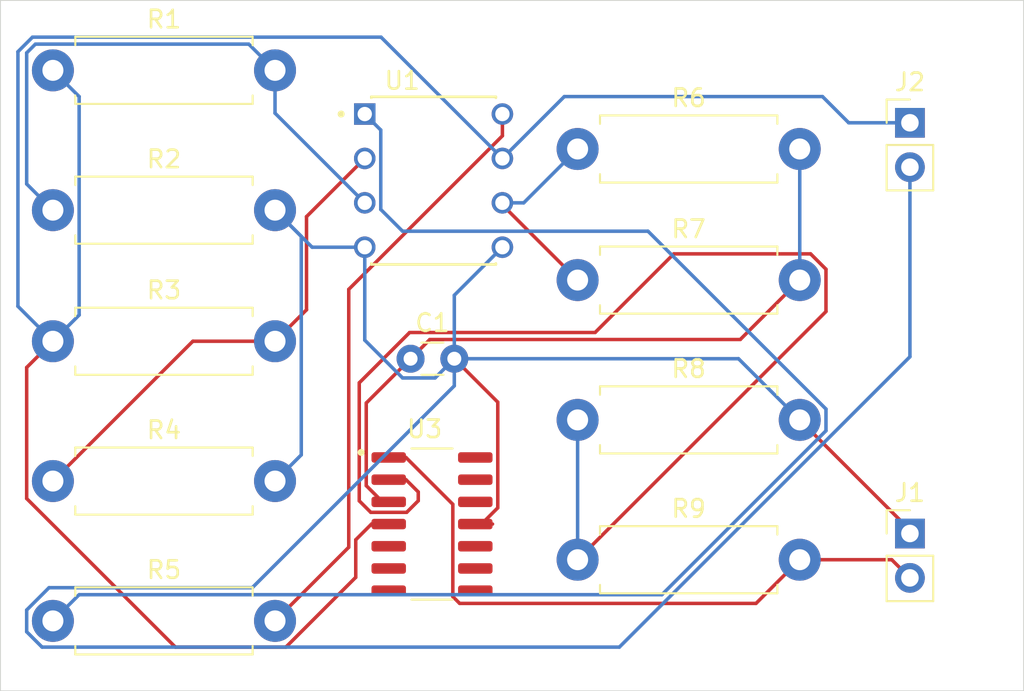
<source format=kicad_pcb>
(kicad_pcb (version 20240108) (generator "pcbnew") (generator_version "8.0")
  (title_block (title "Active Low Pass Filter IN-AMP") (date "2024-08-22") (rev "1") (company "Instituite of Radio Physics & Electronics; Calcutta University") (comment 1 "PCB Circuit Diagram"))
  (layers (0 "F.Cu" signal) (31 "B.Cu" signal) (34 "B.Paste" user) (35 "F.Paste" user) (36 "B.SilkS" user "B.Silkscreen") (37 "F.SilkS" user "F.Silkscreen") (38 "B.Mask" user) (39 "F.Mask" user) (44 "Edge.Cuts" user))
  (net 0 "")
  (net 1 "GND")
  (net 2 "/Vout")
  (net 3 "/VDD")
  (net 4 "Net-(U1-+)")
  (net 5 "Net-(U1--)")
  (net 6 "Net-(R5-Pad1)")
  (net 7 "Net-(R5-Pad2)")
  (net 8 "Net-(R6-Pad1)")
  (net 9 "Net-(U3-1IN-)")
  (net 19 "Net-(U3-1IN+)")
  (footprint "Resistor_THT:R_Axial_DIN0411_L9.9mm_D3.6mm_P12.70mm_Horizontal" (layer "F.Cu") (at 160 98.5)
    (property "Reference" "R7" (at 6.35 -2.92 0) (layer "F.SilkS"))
    (property "Value" "10k")
    (fp_line (start 1.28 -1.92) (end 11.42 -1.92) (stroke (width 0.12)) (layer "F.SilkS"))
    (fp_line (start 1.28 -1.44) (end 1.28 -1.92) (stroke (width 0.12)) (layer "F.SilkS"))
    (fp_line (start 1.28 1.44) (end 1.28 1.92) (stroke (width 0.12)) (layer "F.SilkS"))
    (fp_line (start 1.28 1.92) (end 11.42 1.92) (stroke (width 0.12)) (layer "F.SilkS"))
    (fp_line (start 11.42 -1.92) (end 11.42 -1.44) (stroke (width 0.12)) (layer "F.SilkS"))
    (fp_line (start 11.42 1.92) (end 11.42 1.44) (stroke (width 0.12)) (layer "F.SilkS"))
    (pad "1" thru_hole circle (at 0 0) (size 2.4 2.4) (drill 1.2) (layers "*.Cu" "*.Mask") (net 8 "Net-(R6-Pad1)"))
    (pad "2" thru_hole oval (at 12.7 0) (size 2.4 2.4) (drill 1.2) (layers "*.Cu" "*.Mask") (net 19 "Net-(U3-1IN+)"))
  )
  (footprint "Resistor_THT:R_Axial_DIN0411_L9.9mm_D3.6mm_P12.70mm_Horizontal" (layer "F.Cu") (at 160 114.5)
    (property "Reference" "R9" (at 6.35 -2.92 0) (layer "F.SilkS"))
    (property "Value" "50k")
    (fp_line (start 1.28 -1.92) (end 11.42 -1.92) (stroke (width 0.12)) (layer "F.SilkS"))
    (fp_line (start 1.28 -1.44) (end 1.28 -1.92) (stroke (width 0.12)) (layer "F.SilkS"))
    (fp_line (start 1.28 1.44) (end 1.28 1.92) (stroke (width 0.12)) (layer "F.SilkS"))
    (fp_line (start 1.28 1.92) (end 11.42 1.92) (stroke (width 0.12)) (layer "F.SilkS"))
    (fp_line (start 11.42 -1.92) (end 11.42 -1.44) (stroke (width 0.12)) (layer "F.SilkS"))
    (fp_line (start 11.42 1.92) (end 11.42 1.44) (stroke (width 0.12)) (layer "F.SilkS"))
    (pad "1" thru_hole circle (at 0 0) (size 2.4 2.4) (drill 1.2) (layers "*.Cu" "*.Mask") (net 9 "Net-(U3-1IN-)"))
    (pad "2" thru_hole oval (at 12.7 0) (size 2.4 2.4) (drill 1.2) (layers "*.Cu" "*.Mask") (net 2 "/Vout"))
  )
  (footprint "Capacitor_THT:C_Disc_D3.0mm_W1.6mm_P2.50mm" (layer "F.Cu") (at 150.45 103)
    (property "Reference" "C1" (at 1.25 -2.05 0) (layer "F.SilkS"))
    (property "Value" "100 nF")
    (fp_line (start 0.621 -0.92) (end 1.879 -0.92) (stroke (width 0.12)) (layer "F.SilkS"))
    (fp_line (start 0.621 0.92) (end 1.879 0.92) (stroke (width 0.12)) (layer "F.SilkS"))
    (pad "1" thru_hole circle (at 0 0) (size 1.6 1.6) (drill 0.8) (layers "*.Cu" "*.Mask") (net 19 "Net-(U3-1IN+)"))
    (pad "2" thru_hole circle (at 2.5 0) (size 1.6 1.6) (drill 0.8) (layers "*.Cu" "*.Mask") (net 1 "GND"))
  )
  (footprint "AD620AN:DIP787W46P254L1016H533Q8" (layer "F.Cu") (at 151.765 92.81)
    (property "Reference" "U1" (at -1.7938 -5.72 0) (layer "F.SilkS"))
    (property "Value" "AD620")
    (fp_line (start -3.56 -4.795) (end -3.56 -4.74) (stroke (width 0.1524)) (layer "F.SilkS"))
    (fp_line (start -3.56 4.74) (end -3.56 4.795) (stroke (width 0.1524)) (layer "F.SilkS"))
    (fp_line (start -3.56 4.795) (end 3.56 4.795) (stroke (width 0.1524)) (layer "F.SilkS"))
    (fp_line (start 3.56 -4.795) (end -3.56 -4.795) (stroke (width 0.1524)) (layer "F.SilkS"))
    (fp_line (start 3.56 -4.74) (end 3.56 -4.795) (stroke (width 0.1524)) (layer "F.SilkS"))
    (fp_line (start 3.56 4.795) (end 3.56 4.74) (stroke (width 0.1524)) (layer "F.SilkS"))
    (fp_circle (center -5.285 -3.81) (end -5.185 -3.81) (stroke (width 0.2)) (fill none) (layer "F.SilkS"))
    (pad "1" thru_hole rect (at -3.935 -3.81) (size 1.23 1.23) (drill 0.82) (layers "*.Cu" "*.Mask") (net 6 "Net-(R5-Pad1)"))
    (pad "2" thru_hole circle (at -3.935 -1.27) (size 1.23 1.23) (drill 0.82) (layers "*.Cu" "*.Mask") (net 5 "Net-(U1--)"))
    (pad "3" thru_hole circle (at -3.935 1.27) (size 1.23 1.23) (drill 0.82) (layers "*.Cu" "*.Mask") (net 4 "Net-(U1-+)"))
    (pad "4" thru_hole circle (at -3.935 3.81) (size 1.23 1.23) (drill 0.82) (layers "*.Cu" "*.Mask") (net 1 "GND"))
    (pad "5" thru_hole circle (at 3.935 3.81) (size 1.23 1.23) (drill 0.82) (layers "*.Cu" "*.Mask") (net 1 "GND"))
    (pad "6" thru_hole circle (at 3.935 1.27) (size 1.23 1.23) (drill 0.82) (layers "*.Cu" "*.Mask") (net 8 "Net-(R6-Pad1)"))
    (pad "7" thru_hole circle (at 3.935 -1.27) (size 1.23 1.23) (drill 0.82) (layers "*.Cu" "*.Mask") (net 3 "/VDD"))
    (pad "8" thru_hole circle (at 3.935 -3.81) (size 1.23 1.23) (drill 0.82) (layers "*.Cu" "*.Mask") (net 7 "Net-(R5-Pad2)"))
  )
  (footprint "TL084CD:SOIC127P600X175-14N" (layer "F.Cu") (at 151.675 112.46)
    (property "Reference" "U3" (at -0.425 -5.435 0) (layer "F.SilkS"))
    (property "Value" "TL084CD")
    (fp_line (start -1.17 -4.325) (end 1.17 -4.325) (stroke (width 0.127)) (layer "F.SilkS"))
    (fp_line (start -1.17 4.325) (end 1.17 4.325) (stroke (width 0.127)) (layer "F.SilkS"))
    (fp_circle (center -4.05 -4.1) (end -3.95 -4.1) (stroke (width 0.2)) (fill none) (layer "F.SilkS"))
    (pad "1" smd roundrect (at -2.475 -3.81) (size 1.97 0.6) (layers "F.Cu" "F.Paste" "F.Mask") (net 2 "/Vout"))
    (pad "2" smd roundrect (at -2.475 -2.54) (size 1.97 0.6) (layers "F.Cu" "F.Paste" "F.Mask") (net 9 "Net-(U3-1IN-)"))
    (pad "3" smd roundrect (at -2.475 -1.27) (size 1.97 0.6) (layers "F.Cu" "F.Paste" "F.Mask") (net 19 "Net-(U3-1IN+)"))
    (pad "4" smd roundrect (at -2.475 0) (size 1.97 0.6) (layers "F.Cu" "F.Paste" "F.Mask") (net 3 "/VDD"))
    (pad "5" smd roundrect (at -2.475 1.27) (size 1.97 0.6) (layers "F.Cu" "F.Paste" "F.Mask"))
    (pad "6" smd roundrect (at -2.475 2.54) (size 1.97 0.6) (layers "F.Cu" "F.Paste" "F.Mask"))
    (pad "7" smd roundrect (at -2.475 3.81) (size 1.97 0.6) (layers "F.Cu" "F.Paste" "F.Mask"))
    (pad "8" smd roundrect (at 2.475 3.81) (size 1.97 0.6) (layers "F.Cu" "F.Paste" "F.Mask"))
    (pad "9" smd roundrect (at 2.475 2.54) (size 1.97 0.6) (layers "F.Cu" "F.Paste" "F.Mask"))
    (pad "10" smd roundrect (at 2.475 1.27) (size 1.97 0.6) (layers "F.Cu" "F.Paste" "F.Mask"))
    (pad "11" smd roundrect (at 2.475 0) (size 1.97 0.6) (layers "F.Cu" "F.Paste" "F.Mask") (net 1 "GND"))
    (pad "12" smd roundrect (at 2.475 -1.27) (size 1.97 0.6) (layers "F.Cu" "F.Paste" "F.Mask"))
    (pad "13" smd roundrect (at 2.475 -2.54) (size 1.97 0.6) (layers "F.Cu" "F.Paste" "F.Mask"))
    (pad "14" smd roundrect (at 2.475 -3.81) (size 1.97 0.6) (layers "F.Cu" "F.Paste" "F.Mask"))
  )
  (footprint "Resistor_THT:R_Axial_DIN0411_L9.9mm_D3.6mm_P12.70mm_Horizontal" (layer "F.Cu") (at 130 86.5)
    (property "Reference" "R1" (at 6.35 -2.92 0) (layer "F.SilkS"))
    (property "Value" "100k")
    (fp_line (start 1.28 -1.92) (end 11.42 -1.92) (stroke (width 0.12)) (layer "F.SilkS"))
    (fp_line (start 1.28 -1.44) (end 1.28 -1.92) (stroke (width 0.12)) (layer "F.SilkS"))
    (fp_line (start 1.28 1.44) (end 1.28 1.92) (stroke (width 0.12)) (layer "F.SilkS"))
    (fp_line (start 1.28 1.92) (end 11.42 1.92) (stroke (width 0.12)) (layer "F.SilkS"))
    (fp_line (start 11.42 -1.92) (end 11.42 -1.44) (stroke (width 0.12)) (layer "F.SilkS"))
    (fp_line (start 11.42 1.92) (end 11.42 1.44) (stroke (width 0.12)) (layer "F.SilkS"))
    (pad "1" thru_hole circle (at 0 0) (size 2.4 2.4) (drill 1.2) (layers "*.Cu" "*.Mask") (net 3 "/VDD"))
    (pad "2" thru_hole oval (at 12.7 0) (size 2.4 2.4) (drill 1.2) (layers "*.Cu" "*.Mask") (net 4 "Net-(U1-+)"))
  )
  (footprint "Resistor_THT:R_Axial_DIN0411_L9.9mm_D3.6mm_P12.70mm_Horizontal" (layer "F.Cu") (at 130 110)
    (property "Reference" "R4" (at 6.35 -2.92 0) (layer "F.SilkS"))
    (property "Value" "100k")
    (fp_line (start 1.28 -1.92) (end 11.42 -1.92) (stroke (width 0.12)) (layer "F.SilkS"))
    (fp_line (start 1.28 -1.44) (end 1.28 -1.92) (stroke (width 0.12)) (layer "F.SilkS"))
    (fp_line (start 1.28 1.44) (end 1.28 1.92) (stroke (width 0.12)) (layer "F.SilkS"))
    (fp_line (start 1.28 1.92) (end 11.42 1.92) (stroke (width 0.12)) (layer "F.SilkS"))
    (fp_line (start 11.42 -1.92) (end 11.42 -1.44) (stroke (width 0.12)) (layer "F.SilkS"))
    (fp_line (start 11.42 1.92) (end 11.42 1.44) (stroke (width 0.12)) (layer "F.SilkS"))
    (pad "1" thru_hole circle (at 0 0) (size 2.4 2.4) (drill 1.2) (layers "*.Cu" "*.Mask") (net 5 "Net-(U1--)"))
    (pad "2" thru_hole oval (at 12.7 0) (size 2.4 2.4) (drill 1.2) (layers "*.Cu" "*.Mask") (net 1 "GND"))
  )
  (footprint "Resistor_THT:R_Axial_DIN0411_L9.9mm_D3.6mm_P12.70mm_Horizontal" (layer "F.Cu") (at 160 91)
    (property "Reference" "R6" (at 6.35 -2.92 0) (layer "F.SilkS"))
    (property "Value" "47k")
    (fp_line (start 1.28 -1.92) (end 11.42 -1.92) (stroke (width 0.12)) (layer "F.SilkS"))
    (fp_line (start 1.28 -1.44) (end 1.28 -1.92) (stroke (width 0.12)) (layer "F.SilkS"))
    (fp_line (start 1.28 1.44) (end 1.28 1.92) (stroke (width 0.12)) (layer "F.SilkS"))
    (fp_line (start 1.28 1.92) (end 11.42 1.92) (stroke (width 0.12)) (layer "F.SilkS"))
    (fp_line (start 11.42 -1.92) (end 11.42 -1.44) (stroke (width 0.12)) (layer "F.SilkS"))
    (fp_line (start 11.42 1.92) (end 11.42 1.44) (stroke (width 0.12)) (layer "F.SilkS"))
    (pad "1" thru_hole circle (at 0 0) (size 2.4 2.4) (drill 1.2) (layers "*.Cu" "*.Mask") (net 8 "Net-(R6-Pad1)"))
    (pad "2" thru_hole oval (at 12.7 0) (size 2.4 2.4) (drill 1.2) (layers "*.Cu" "*.Mask") (net 19 "Net-(U3-1IN+)"))
  )
  (footprint "Resistor_THT:R_Axial_DIN0411_L9.9mm_D3.6mm_P12.70mm_Horizontal" (layer "F.Cu") (at 130 94.5)
    (property "Reference" "R2" (at 6.35 -2.92 0) (layer "F.SilkS"))
    (property "Value" "100k")
    (fp_line (start 1.28 -1.92) (end 11.42 -1.92) (stroke (width 0.12)) (layer "F.SilkS"))
    (fp_line (start 1.28 -1.44) (end 1.28 -1.92) (stroke (width 0.12)) (layer "F.SilkS"))
    (fp_line (start 1.28 1.44) (end 1.28 1.92) (stroke (width 0.12)) (layer "F.SilkS"))
    (fp_line (start 1.28 1.92) (end 11.42 1.92) (stroke (width 0.12)) (layer "F.SilkS"))
    (fp_line (start 11.42 -1.92) (end 11.42 -1.44) (stroke (width 0.12)) (layer "F.SilkS"))
    (fp_line (start 11.42 1.92) (end 11.42 1.44) (stroke (width 0.12)) (layer "F.SilkS"))
    (pad "1" thru_hole circle (at 0 0) (size 2.4 2.4) (drill 1.2) (layers "*.Cu" "*.Mask") (net 4 "Net-(U1-+)"))
    (pad "2" thru_hole oval (at 12.7 0) (size 2.4 2.4) (drill 1.2) (layers "*.Cu" "*.Mask") (net 1 "GND"))
  )
  (footprint "Resistor_THT:R_Axial_DIN0411_L9.9mm_D3.6mm_P12.70mm_Horizontal" (layer "F.Cu") (at 130 102)
    (property "Reference" "R3" (at 6.35 -2.92 0) (layer "F.SilkS"))
    (property "Value" "100k")
    (fp_line (start 1.28 -1.92) (end 11.42 -1.92) (stroke (width 0.12)) (layer "F.SilkS"))
    (fp_line (start 1.28 -1.44) (end 1.28 -1.92) (stroke (width 0.12)) (layer "F.SilkS"))
    (fp_line (start 1.28 1.44) (end 1.28 1.92) (stroke (width 0.12)) (layer "F.SilkS"))
    (fp_line (start 1.28 1.92) (end 11.42 1.92) (stroke (width 0.12)) (layer "F.SilkS"))
    (fp_line (start 11.42 -1.92) (end 11.42 -1.44) (stroke (width 0.12)) (layer "F.SilkS"))
    (fp_line (start 11.42 1.92) (end 11.42 1.44) (stroke (width 0.12)) (layer "F.SilkS"))
    (pad "1" thru_hole circle (at 0 0) (size 2.4 2.4) (drill 1.2) (layers "*.Cu" "*.Mask") (net 3 "/VDD"))
    (pad "2" thru_hole oval (at 12.7 0) (size 2.4 2.4) (drill 1.2) (layers "*.Cu" "*.Mask") (net 5 "Net-(U1--)"))
  )
  (footprint "Resistor_THT:R_Axial_DIN0411_L9.9mm_D3.6mm_P12.70mm_Horizontal" (layer "F.Cu") (at 130 118)
    (property "Reference" "R5" (at 6.35 -2.92 0) (layer "F.SilkS"))
    (property "Value" "500")
    (fp_line (start 1.28 -1.92) (end 11.42 -1.92) (stroke (width 0.12)) (layer "F.SilkS"))
    (fp_line (start 1.28 -1.44) (end 1.28 -1.92) (stroke (width 0.12)) (layer "F.SilkS"))
    (fp_line (start 1.28 1.44) (end 1.28 1.92) (stroke (width 0.12)) (layer "F.SilkS"))
    (fp_line (start 1.28 1.92) (end 11.42 1.92) (stroke (width 0.12)) (layer "F.SilkS"))
    (fp_line (start 11.42 -1.92) (end 11.42 -1.44) (stroke (width 0.12)) (layer "F.SilkS"))
    (fp_line (start 11.42 1.92) (end 11.42 1.44) (stroke (width 0.12)) (layer "F.SilkS"))
    (pad "1" thru_hole circle (at 0 0) (size 2.4 2.4) (drill 1.2) (layers "*.Cu" "*.Mask") (net 6 "Net-(R5-Pad1)"))
    (pad "2" thru_hole oval (at 12.7 0) (size 2.4 2.4) (drill 1.2) (layers "*.Cu" "*.Mask") (net 7 "Net-(R5-Pad2)"))
  )
  (footprint "Resistor_THT:R_Axial_DIN0411_L9.9mm_D3.6mm_P12.70mm_Horizontal" (layer "F.Cu") (at 160 106.5)
    (property "Reference" "R8" (at 6.35 -2.92 0) (layer "F.SilkS"))
    (property "Value" "10k")
    (fp_line (start 1.28 -1.92) (end 11.42 -1.92) (stroke (width 0.12)) (layer "F.SilkS"))
    (fp_line (start 1.28 -1.44) (end 1.28 -1.92) (stroke (width 0.12)) (layer "F.SilkS"))
    (fp_line (start 1.28 1.44) (end 1.28 1.92) (stroke (width 0.12)) (layer "F.SilkS"))
    (fp_line (start 1.28 1.92) (end 11.42 1.92) (stroke (width 0.12)) (layer "F.SilkS"))
    (fp_line (start 11.42 -1.92) (end 11.42 -1.44) (stroke (width 0.12)) (layer "F.SilkS"))
    (fp_line (start 11.42 1.92) (end 11.42 1.44) (stroke (width 0.12)) (layer "F.SilkS"))
    (pad "1" thru_hole circle (at 0 0) (size 2.4 2.4) (drill 1.2) (layers "*.Cu" "*.Mask") (net 9 "Net-(U3-1IN-)"))
    (pad "2" thru_hole oval (at 12.7 0) (size 2.4 2.4) (drill 1.2) (layers "*.Cu" "*.Mask") (net 1 "GND"))
  )
  (footprint "Connector_PinHeader_2.54mm:PinHeader_1x02_P2.54mm_Vertical" (layer "F.Cu") (at 179 89.5)
    (property "Reference" "J2" (at 0 -2.33 0) (layer "F.SilkS"))
    (property "Value" "Conn_01x02_Pin")
    (fp_line (start -1.33 -1.33) (end 0 -1.33) (stroke (width 0.12)) (layer "F.SilkS"))
    (fp_line (start -1.33 0) (end -1.33 -1.33) (stroke (width 0.12)) (layer "F.SilkS"))
    (fp_line (start -1.33 1.27) (end -1.33 3.87) (stroke (width 0.12)) (layer "F.SilkS"))
    (fp_line (start -1.33 1.27) (end 1.33 1.27) (stroke (width 0.12)) (layer "F.SilkS"))
    (fp_line (start -1.33 3.87) (end 1.33 3.87) (stroke (width 0.12)) (layer "F.SilkS"))
    (fp_line (start 1.33 1.27) (end 1.33 3.87) (stroke (width 0.12)) (layer "F.SilkS"))
    (pad "1" thru_hole rect (at 0 0) (size 1.7 1.7) (drill 1) (layers "*.Cu" "*.Mask") (net 3 "/VDD"))
    (pad "2" thru_hole oval (at 0 2.54) (size 1.7 1.7) (drill 1) (layers "*.Cu" "*.Mask") (net 1 "GND"))
  )
  (footprint "Connector_PinHeader_2.54mm:PinHeader_1x02_P2.54mm_Vertical" (layer "F.Cu") (at 179 113)
    (property "Reference" "J1" (at 0 -2.33 0) (layer "F.SilkS"))
    (property "Value" "Conn_01x02_Pin")
    (fp_line (start -1.33 -1.33) (end 0 -1.33) (stroke (width 0.12)) (layer "F.SilkS"))
    (fp_line (start -1.33 0) (end -1.33 -1.33) (stroke (width 0.12)) (layer "F.SilkS"))
    (fp_line (start -1.33 1.27) (end -1.33 3.87) (stroke (width 0.12)) (layer "F.SilkS"))
    (fp_line (start -1.33 1.27) (end 1.33 1.27) (stroke (width 0.12)) (layer "F.SilkS"))
    (fp_line (start -1.33 3.87) (end 1.33 3.87) (stroke (width 0.12)) (layer "F.SilkS"))
    (fp_line (start 1.33 1.27) (end 1.33 3.87) (stroke (width 0.12)) (layer "F.SilkS"))
    (pad "1" thru_hole rect (at 0 0) (size 1.7 1.7) (drill 1) (layers "*.Cu" "*.Mask") (net 1 "GND"))
    (pad "2" thru_hole oval (at 0 2.54) (size 1.7 1.7) (drill 1) (layers "*.Cu" "*.Mask") (net 2 "/Vout"))
  )
  (gr_rect (start 127 82.5) (end 185.5 122) (stroke (width 0.05)) (fill none) (layer "Edge.Cuts"))
  (segment (start 154.15 112.46) (end 154.505552 112.46) (width 0.2) (layer "F.Cu") (net 1))
  (segment (start 178.5 112.5) (end 178.5 112.3) (width 0.2) (layer "F.Cu") (net 1))
  (segment (start 155.435 105.485) (end 152.95 103) (width 0.2) (layer "F.Cu") (net 1))
  (segment (start 154.505552 112.46) (end 155.435 111.530552) (width 0.2) (layer "F.Cu") (net 1))
  (segment (start 179 113) (end 178.5 112.5) (width 0.2) (layer "F.Cu") (net 1))
  (segment (start 155.435 111.530552) (end 155.435 105.485) (width 0.2) (layer "F.Cu") (net 1))
  (segment (start 154.15 112.46) (end 155.134999 112.46) (width 0.2) (layer "F.Cu") (net 1))
  (segment (start 178.5 112.3) (end 172.7 106.5) (width 0.2) (layer "F.Cu") (net 1))
  (segment (start 179 92.04) (end 179 102.887007) (width 0.2) (layer "B.Cu") (net 1))
  (segment (start 144.2 108.5) (end 142.7 110) (width 0.2) (layer "B.Cu") (net 1))
  (segment (start 147.83 101.935635) (end 147.83 96.62) (width 0.2) (layer "B.Cu") (net 1))
  (segment (start 152.95 104.55) (end 152.95 103) (width 0.2) (layer "B.Cu") (net 1))
  (segment (start 128.5 118.621321) (end 128.5 117.378679) (width 0.2) (layer "B.Cu") (net 1))
  (segment (start 152.95 103) (end 152.95 99.37) (width 0.2) (layer "B.Cu") (net 1))
  (segment (start 141.4 116.1) (end 152.95 104.55) (width 0.2) (layer "B.Cu") (net 1))
  (segment (start 162.387007 119.5) (end 129.378679 119.5) (width 0.2) (layer "B.Cu") (net 1))
  (segment (start 172.7 106.5) (end 169.2 103) (width 0.2) (layer "B.Cu") (net 1))
  (segment (start 151.85 104.1) (end 149.994365 104.1) (width 0.2) (layer "B.Cu") (net 1))
  (segment (start 152.95 99.37) (end 155.7 96.62) (width 0.2) (layer "B.Cu") (net 1))
  (segment (start 129.378679 119.5) (end 128.5 118.621321) (width 0.2) (layer "B.Cu") (net 1))
  (segment (start 147.83 96.62) (end 144.82 96.62) (width 0.2) (layer "B.Cu") (net 1))
  (segment (start 152.95 103) (end 151.85 104.1) (width 0.2) (layer "B.Cu") (net 1))
  (segment (start 128.5 117.378679) (end 129.778679 116.1) (width 0.2) (layer "B.Cu") (net 1))
  (segment (start 169.2 103) (end 152.95 103) (width 0.2) (layer "B.Cu") (net 1))
  (segment (start 179 102.887007) (end 162.387007 119.5) (width 0.2) (layer "B.Cu") (net 1))
  (segment (start 129.778679 116.1) (end 141.4 116.1) (width 0.2) (layer "B.Cu") (net 1))
  (segment (start 149.994365 104.1) (end 147.83 101.935635) (width 0.2) (layer "B.Cu") (net 1))
  (segment (start 144.82 96.62) (end 142.7 94.5) (width 0.2) (layer "B.Cu") (net 1))
  (segment (start 142.7 94.5) (end 144.2 96) (width 0.2) (layer "B.Cu") (net 1))
  (segment (start 144.2 96) (end 144.2 108.5) (width 0.2) (layer "B.Cu") (net 1))
  (segment (start 152.865 116.610552) (end 153.254448 117) (width 0.2) (layer "F.Cu") (net 2))
  (segment (start 149.2 108.65) (end 150.184999 108.65) (width 0.2) (layer "F.Cu") (net 2))
  (segment (start 152.865 111.330001) (end 152.865 116.610552) (width 0.2) (layer "F.Cu") (net 2))
  (segment (start 172.7 114.5) (end 177.96 114.5) (width 0.2) (layer "F.Cu") (net 2))
  (segment (start 170.2 117) (end 172.7 114.5) (width 0.2) (layer "F.Cu") (net 2))
  (segment (start 153.254448 117) (end 170.2 117) (width 0.2) (layer "F.Cu") (net 2))
  (segment (start 177.96 114.5) (end 179 115.54) (width 0.2) (layer "F.Cu") (net 2))
  (segment (start 150.184999 108.65) (end 152.865 111.330001) (width 0.2) (layer "F.Cu") (net 2))
  (segment (start 137 119.5) (end 128.5 111) (width 0.2) (layer "F.Cu") (net 3))
  (segment (start 128.5 103.5) (end 130 102) (width 0.2) (layer "F.Cu") (net 3))
  (segment (start 148.215001 112.46) (end 147.315 113.360001) (width 0.2) (layer "F.Cu") (net 3))
  (segment (start 128.5 111) (end 128.5 103.5) (width 0.2) (layer "F.Cu") (net 3))
  (segment (start 143.321321 119.5) (end 137 119.5) (width 0.2) (layer "F.Cu") (net 3))
  (segment (start 147.315 113.360001) (end 147.315 115.506321) (width 0.2) (layer "F.Cu") (net 3))
  (segment (start 149.2 112.46) (end 148.215001 112.46) (width 0.2) (layer "F.Cu") (net 3))
  (segment (start 147.315 115.506321) (end 143.321321 119.5) (width 0.2) (layer "F.Cu") (net 3))
  (segment (start 148.76 84.6) (end 128.834314 84.6) (width 0.2) (layer "B.Cu") (net 3))
  (segment (start 174 88) (end 175.5 89.5) (width 0.2) (layer "B.Cu") (net 3))
  (segment (start 159.24 88) (end 174 88) (width 0.2) (layer "B.Cu") (net 3))
  (segment (start 131.5 88) (end 131.5 100.5) (width 0.2) (layer "B.Cu") (net 3))
  (segment (start 128 100) (end 130 102) (width 0.2) (layer "B.Cu") (net 3))
  (segment (start 128.834314 84.6) (end 128 85.434314) (width 0.2) (layer "B.Cu") (net 3))
  (segment (start 155.7 91.54) (end 159.24 88) (width 0.2) (layer "B.Cu") (net 3))
  (segment (start 128 85.434314) (end 128 100) (width 0.2) (layer "B.Cu") (net 3))
  (segment (start 175.5 89.5) (end 179 89.5) (width 0.2) (layer "B.Cu") (net 3))
  (segment (start 130 86.5) (end 131.5 88) (width 0.2) (layer "B.Cu") (net 3))
  (segment (start 155.7 91.54) (end 148.76 84.6) (width 0.2) (layer "B.Cu") (net 3))
  (segment (start 131.5 100.5) (end 130 102) (width 0.2) (layer "B.Cu") (net 3))
  (segment (start 128.5 93) (end 130 94.5) (width 0.2) (layer "B.Cu") (net 4))
  (segment (start 142.7 86.5) (end 142.7 88.95) (width 0.2) (layer "B.Cu") (net 4))
  (segment (start 142.7 86.5) (end 141.2 85) (width 0.2) (layer "B.Cu") (net 4))
  (segment (start 128.5 85.5) (end 128.5 93) (width 0.2) (layer "B.Cu") (net 4))
  (segment (start 129 85) (end 128.5 85.5) (width 0.2) (layer "B.Cu") (net 4))
  (segment (start 141.2 85) (end 129 85) (width 0.2) (layer "B.Cu") (net 4))
  (segment (start 142.7 88.95) (end 147.83 94.08) (width 0.2) (layer "B.Cu") (net 4))
  (segment (start 147.83 91.54) (end 144.5 94.87) (width 0.2) (layer "F.Cu") (net 5))
  (segment (start 138 102) (end 130 110) (width 0.2) (layer "F.Cu") (net 5))
  (segment (start 144.5 100.2) (end 142.7 102) (width 0.2) (layer "F.Cu") (net 5))
  (segment (start 142.7 102) (end 138 102) (width 0.2) (layer "F.Cu") (net 5))
  (segment (start 144.5 94.87) (end 144.5 100.2) (width 0.2) (layer "F.Cu") (net 5))
  (segment (start 164.821321 116.5) (end 131.5 116.5) (width 0.2) (layer "B.Cu") (net 6))
  (segment (start 131.5 116.5) (end 130 118) (width 0.2) (layer "B.Cu") (net 6))
  (segment (start 174.2 105.878679) (end 174.2 107.121321) (width 0.2) (layer "B.Cu") (net 6))
  (segment (start 148.745 89.915) (end 148.745 94.459006) (width 0.2) (layer "B.Cu") (net 6))
  (segment (start 174.2 107.121321) (end 164.821321 116.5) (width 0.2) (layer "B.Cu") (net 6))
  (segment (start 148.745 94.459006) (end 149.990994 95.705) (width 0.2) (layer "B.Cu") (net 6))
  (segment (start 147.83 89) (end 148.745 89.915) (width 0.2) (layer "B.Cu") (net 6))
  (segment (start 149.990994 95.705) (end 164.026321 95.705) (width 0.2) (layer "B.Cu") (net 6))
  (segment (start 164.026321 95.705) (end 174.2 105.878679) (width 0.2) (layer "B.Cu") (net 6))
  (segment (start 146.915 99.030994) (end 155.7 90.245994) (width 0.2) (layer "F.Cu") (net 7))
  (segment (start 142.7 118) (end 146.915 113.785) (width 0.2) (layer "F.Cu") (net 7))
  (segment (start 155.7 90.245994) (end 155.7 89) (width 0.2) (layer "F.Cu") (net 7))
  (segment (start 146.915 113.785) (end 146.915 99.030994) (width 0.2) (layer "F.Cu") (net 7))
  (segment (start 155.7 94.2) (end 155.7 94.08) (width 0.2) (layer "F.Cu") (net 8))
  (segment (start 160 98.5) (end 155.7 94.2) (width 0.2) (layer "F.Cu") (net 8))
  (segment (start 156.92 94.08) (end 160 91) (width 0.2) (layer "B.Cu") (net 8))
  (segment (start 155.7 94.08) (end 156.92 94.08) (width 0.2) (layer "B.Cu") (net 8))
  (segment (start 150.225552 111.79) (end 148.174448 111.79) (width 0.2) (layer "F.Cu") (net 9))
  (segment (start 161 101.5) (end 165.5 97) (width 0.2) (layer "F.Cu") (net 9))
  (segment (start 150.889313 110.624314) (end 150.889313 111.126239) (width 0.2) (layer "F.Cu") (net 9))
  (segment (start 173.321321 97) (end 174.2 97.878679) (width 0.2) (layer "F.Cu") (net 9))
  (segment (start 150.889313 111.126239) (end 150.225552 111.79) (width 0.2) (layer "F.Cu") (net 9))
  (segment (start 150.394365 101.5) (end 161 101.5) (width 0.2) (layer "F.Cu") (net 9))
  (segment (start 174.2 97.878679) (end 174.2 100.3) (width 0.2) (layer "F.Cu") (net 9))
  (segment (start 165.5 97) (end 173.321321 97) (width 0.2) (layer "F.Cu") (net 9))
  (segment (start 147.515 111.130552) (end 147.515 104.379365) (width 0.2) (layer "F.Cu") (net 9))
  (segment (start 174.2 100.3) (end 160 114.5) (width 0.2) (layer "F.Cu") (net 9))
  (segment (start 147.515 104.379365) (end 150.394365 101.5) (width 0.2) (layer "F.Cu") (net 9))
  (segment (start 150.184999 109.92) (end 150.889313 110.624314) (width 0.2) (layer "F.Cu") (net 9))
  (segment (start 148.174448 111.79) (end 147.515 111.130552) (width 0.2) (layer "F.Cu") (net 9))
  (segment (start 149.2 109.92) (end 150.184999 109.92) (width 0.2) (layer "F.Cu") (net 9))
  (segment (start 160 114.5) (end 160 106.5) (width 0.2) (layer "B.Cu") (net 9))
  (segment (start 169.3 101.9) (end 172.7 98.5) (width 0.2) (layer "F.Cu") (net 19))
  (segment (start 150.45 103) (end 151.55 101.9) (width 0.2) (layer "F.Cu") (net 19))
  (segment (start 148.844448 111.19) (end 149.2 111.19) (width 0.2) (layer "F.Cu") (net 19))
  (segment (start 147.915 105.535) (end 147.915 110.260552) (width 0.2) (layer "F.Cu") (net 19))
  (segment (start 147.915 110.260552) (end 148.844448 111.19) (width 0.2) (layer "F.Cu") (net 19))
  (segment (start 151.55 101.9) (end 169.3 101.9) (width 0.2) (layer "F.Cu") (net 19))
  (segment (start 150.45 103) (end 147.915 105.535) (width 0.2) (layer "F.Cu") (net 19))
  (segment (start 172.7 98.5) (end 172.7 91) (width 0.2) (layer "B.Cu") (net 19))
)
</source>
